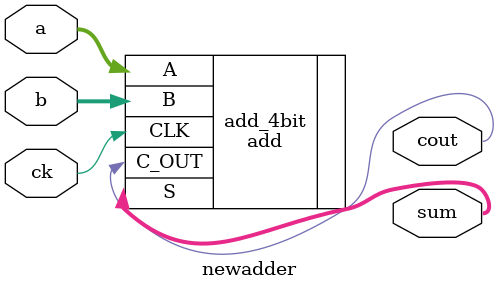
<source format=v>
`timescale 1ns / 1ps


module newadder(
    input [3:0] a,b,
    input ck,
    output [3:0] sum,
    output cout
    );
    add add_4bit (
  .A(a),          // input wire [3 : 0] A
  .B(b),          // input wire [3 : 0] B
  .CLK(ck),      // input wire CLK
  .C_OUT(cout),  // output wire C_OUT
  .S(sum)          // output wire [3 : 0] S
);

endmodule

</source>
